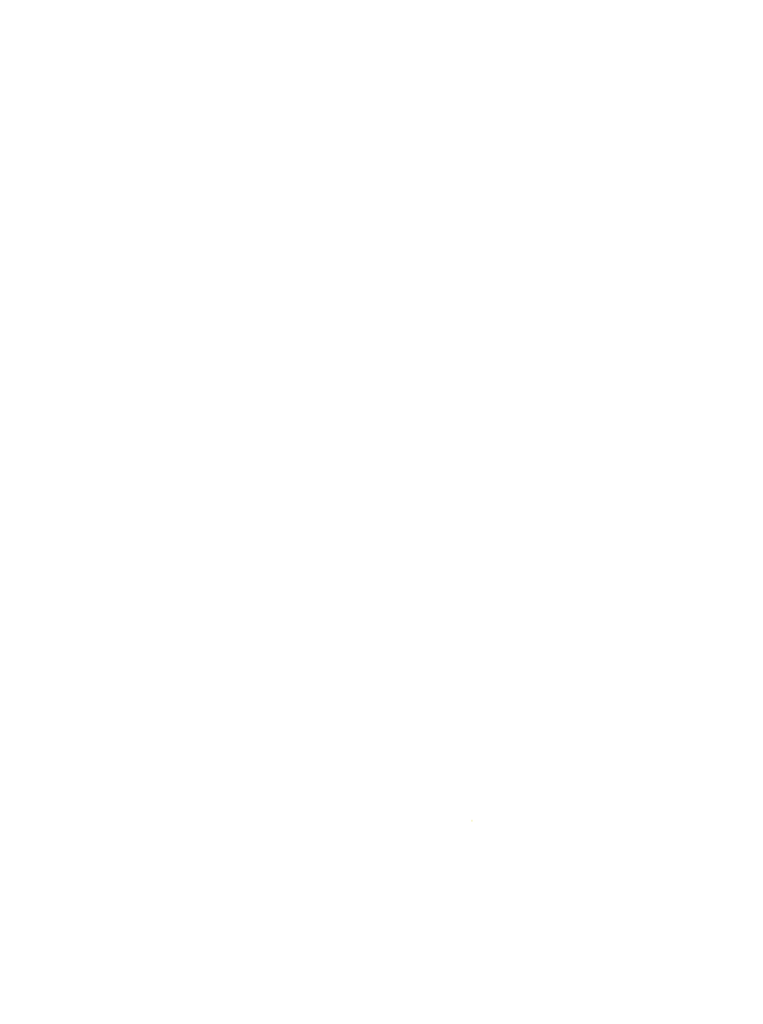
<source format=kicad_pcb>
(kicad_pcb (version 20240108) (generator "pcbnew") (generator_version "8.0")
  (title_block (title "BOARD NAME:") (comment 1 "PCB DESIGNER:") (comment 2 "DWG NO:") (comment 3 "PART NO.:") (comment 4 "COMPANY NAME:"))
  (layers (0 "F.Cu" signal "TOP") (1 "In1.Cu" power "GND") (2 "In2.Cu" signal "SIGNAL_1") (3 "In3.Cu" signal "SIGNAL_2") (4 "In4.Cu" power "POWER") (31 "B.Cu" signal "BOTTOM") (34 "B.Paste" user) (35 "F.Paste" user) (36 "B.SilkS" user "B.Silkscreen") (37 "F.SilkS" user "F.Silkscreen") (38 "B.Mask" user) (39 "F.Mask" user) (44 "Edge.Cuts" user))
  (net 0 "")
  (gr_line (start 231.648 161.544) (end 231.648 161.798) (stroke (width 0.127)) (layer "F.SilkS"))
)
</source>
